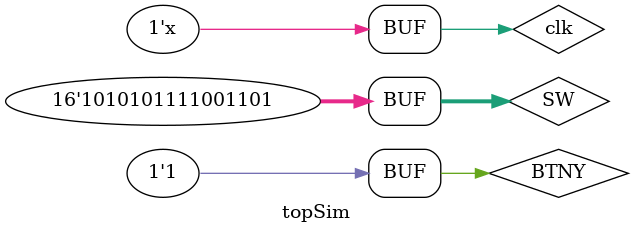
<source format=v>
`timescale 1ns / 1ps


module topSim;
    reg clk;
    reg [15:0] SW;
    reg BTNY;
    wire [7:0] SEG;
    wire [3:0] AN;
    
    top top(clk,SW,BTNY,SEG,AN);
    
    initial begin
        clk = 1'b1;
        SW = 16'hABCD;
        BTNY = 1'b1;
    end
    
    always begin
        clk = ~clk;
        #5;
    end
endmodule

</source>
